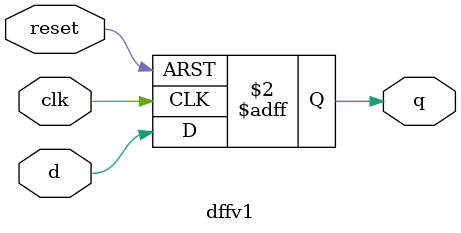
<source format=sv>
/*
 * Project name   :
 * File name      : dffv1.sv
 * Created date   : Th03 01 2019
 * Author         : Van-Nam DINH 
 * Last modified  : Th03 01 2019 16:26
 * Desc           :
 */

module dffv1(d,q,clk,reset);
    output  q;
    input   d,clk,reset;
    reg     q;
//    always @(posedge reset or negedge clk)
    always @(posedge reset or posedge clk)
        if(reset) 
            q <= 1'b0;
        else
            q <= d;
endmodule

</source>
